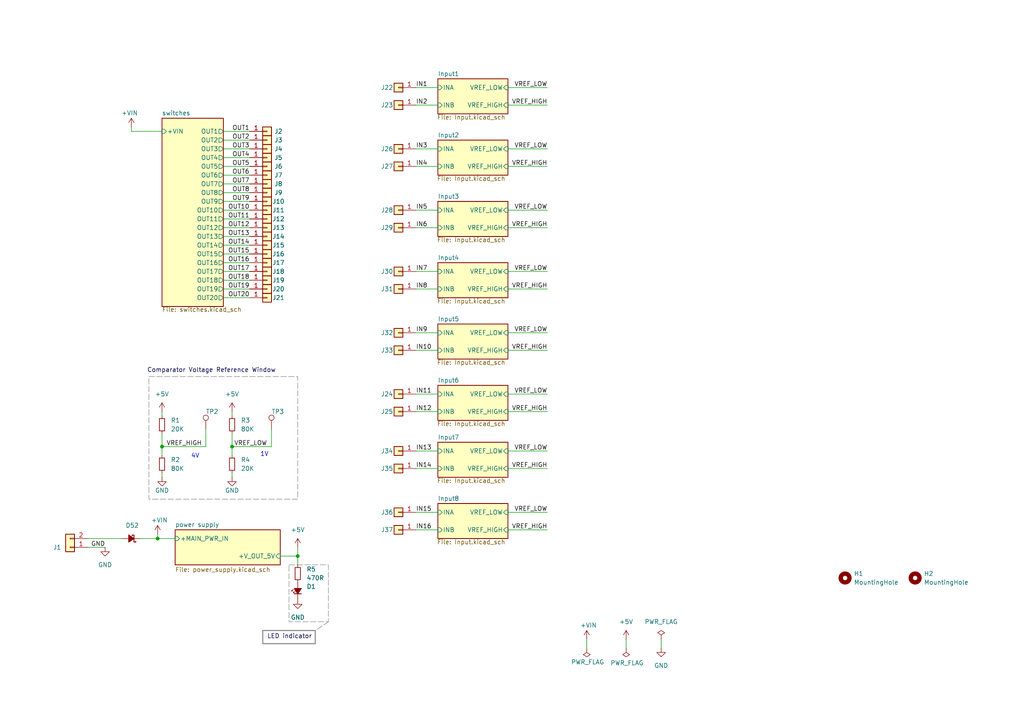
<source format=kicad_sch>
(kicad_sch (version 20250114) (generator "eeschema") (generator_version "9.0")
  (paper "A4")
  (title_block (title "Control Unit Tester") (date "2025-05-20"))
  (lib_symbols
    (symbol "Connector:TestPoint" (pin_numbers (hide yes)) (pin_names (offset 0.762) (hide yes))
      (property "Reference" "TP" (at 0 6.858 0))
      (property "Value" "TestPoint" (at 0 5.08 0))
      (symbol "TestPoint_0_1"
        (circle (center 0 3.302) (radius 0.762))
      )
      (symbol "TestPoint_1_1"
        (pin passive line (at 0 0 90) (length 2.54) (name "1") (number "1"))
      )
    )
    (symbol "Connector_Generic:Conn_01x01" (pin_names (offset 1.016) (hide yes))
      (property "Reference" "J" (at 0 2.54 0))
      (property "Value" "Conn_01x01" (at 0 -2.54 0))
      (symbol "Conn_01x01_1_1"
        (rectangle (start -1.27 1.27) (end 1.27 -1.27) (stroke (width 0.254)) (fill (type background)))
        (rectangle (start -1.27 0.127) (end 0 -0.127) (stroke (width 0.1524)))
        (pin passive line (at -5.08 0 0) (length 3.81) (name "Pin_1") (number "1"))
      )
    )
    (symbol "Connector_Generic:Conn_01x02" (pin_names (offset 1.016) (hide yes))
      (property "Reference" "J" (at 0 2.54 0))
      (property "Value" "Conn_01x02" (at 0 -5.08 0))
      (symbol "Conn_01x02_1_1"
        (rectangle (start -1.27 1.27) (end 1.27 -3.81) (stroke (width 0.254)) (fill (type background)))
        (rectangle (start -1.27 0.127) (end 0 -0.127) (stroke (width 0.1524)))
        (rectangle (start -1.27 -2.413) (end 0 -2.667) (stroke (width 0.1524)))
        (pin passive line (at -5.08 0 0) (length 3.81) (name "Pin_1") (number "1"))
        (pin passive line (at -5.08 -2.54 0) (length 3.81) (name "Pin_2") (number "2"))
      )
    )
    (symbol "Device:D_Schottky_Small_Filled" (pin_numbers (hide yes)) (pin_names (offset 0.254) (hide yes))
      (property "Reference" "D" (at -1.27 2.032 0))
      (property "Value" "D_Schottky_Small_Filled" (at -7.112 -2.032 0))
      (symbol "D_Schottky_Small_Filled_0_1"
        (polyline (pts (xy -1.27 0.762) (xy -1.27 1.016) (xy -0.762 1.016) (xy -0.762 -1.016) (xy -0.254 -1.016) (xy -0.254 -0.762)) (stroke (width 0.254)))
        (polyline (pts (xy -0.762 0) (xy 0.762 0)))
        (polyline (pts (xy 0.762 -1.016) (xy -0.762 0) (xy 0.762 1.016) (xy 0.762 -1.016)) (stroke (width 0.254)) (fill (type outline)))
      )
      (symbol "D_Schottky_Small_Filled_1_1"
        (pin passive line (at -2.54 0 0) (length 1.778) (name "K") (number "1"))
        (pin passive line (at 2.54 0 180) (length 1.778) (name "A") (number "2"))
      )
    )
    (symbol "Device:R_Small" (pin_numbers (hide yes)) (pin_names (offset 0.254) (hide yes))
      (property "Reference" "R" (at 0 0 90))
      (property "Value" "R_Small" (at 1.778 0 90))
      (symbol "R_Small_0_1"
        (rectangle (start -0.762 1.778) (end 0.762 -1.778) (stroke (width 0.2032)))
      )
      (symbol "R_Small_1_1"
        (pin passive line (at 0 2.54 270) (length 0.762) (name "~") (number "1"))
        (pin passive line (at 0 -2.54 90) (length 0.762) (name "~") (number "2"))
      )
    )
    (symbol "LED_Small_Filled_1" (pin_numbers (hide yes)) (pin_names (offset 0.254) (hide yes))
      (property "Reference" "D" (at -1.27 3.175 0))
      (property "Value" "LED_Small_Filled" (at -4.445 -2.54 0))
      (symbol "LED_Small_Filled_1_0_1"
        (polyline (pts (xy -0.762 -1.016) (xy -0.762 1.016)) (stroke (width 0.254)))
        (polyline (pts (xy 0 0.762) (xy -0.508 1.27) (xy -0.254 1.27) (xy -0.508 1.27) (xy -0.508 1.016)))
        (polyline (pts (xy 0.508 1.27) (xy 0 1.778) (xy 0.254 1.778) (xy 0 1.778) (xy 0 1.524)))
        (polyline (pts (xy 0.762 -1.016) (xy -0.762 0) (xy 0.762 1.016) (xy 0.762 -1.016)) (stroke (width 0.254)) (fill (type outline)))
        (polyline (pts (xy 1.016 0) (xy -0.762 0)))
      )
      (symbol "LED_Small_Filled_1_1_1"
        (pin passive line (at -2.54 0 0) (length 1.778) (name "K") (number "1"))
        (pin passive line (at 2.54 0 180) (length 1.778) (name "A") (number "2"))
      )
    )
    (symbol "Mechanical:MountingHole" (pin_names (offset 1.016))
      (property "Reference" "H" (at 0 5.08 0))
      (property "Value" "MountingHole" (at 0 3.175 0))
      (symbol "MountingHole_0_1"
        (circle (center 0 0) (radius 1.27) (stroke (width 1.27)))
      )
    )
    (symbol "My_Libraries:+VIN" (power) (in_bom no) (on_board no)
      (property "Value" "+VIN" (at 0 3.81 0))
      (symbol "+VIN_0_1"
        (polyline (pts (xy 0 2.54) (xy -0.762 1.27)))
        (polyline (pts (xy 0 2.54) (xy 0.762 1.27)))
        (polyline (pts (xy 0 0) (xy 0 2.54)))
      )
      (symbol "+VIN_1_1"
        (pin power_in line (at 0 0 90) (length 0) (hide yes) (name "+VIN") (number "1"))
      )
    )
    (symbol "power:+5V" (power) (pin_numbers (hide yes)) (pin_names (offset 0) (hide yes))
      (property "Value" "+5V" (at 0 3.556 0))
      (symbol "+5V_0_1"
        (polyline (pts (xy -0.762 1.27) (xy 0 2.54)))
        (polyline (pts (xy 0 2.54) (xy 0.762 1.27)))
        (polyline (pts (xy 0 0) (xy 0 2.54)))
      )
      (symbol "+5V_1_1"
        (pin power_in line (at 0 0 90) (length 0) (name "~") (number "1"))
      )
    )
    (symbol "power:GND" (power) (pin_numbers (hide yes)) (pin_names (offset 0) (hide yes))
      (property "Value" "GND" (at 0 -3.81 0))
      (symbol "GND_0_1"
        (polyline (pts (xy 0 0) (xy 0 -1.27) (xy 1.27 -1.27) (xy 0 -2.54) (xy -1.27 -1.27) (xy 0 -1.27)))
      )
      (symbol "GND_1_1"
        (pin power_in line (at 0 0 270) (length 0) (name "~") (number "1"))
      )
    )
    (symbol "power:PWR_FLAG" (power) (pin_numbers (hide yes)) (pin_names (offset 0) (hide yes))
      (property "Value" "PWR_FLAG" (at 0 3.81 0))
      (symbol "PWR_FLAG_0_0"
        (pin power_out line (at 0 0 90) (length 0) (name "~") (number "1"))
      )
      (symbol "PWR_FLAG_0_1"
        (polyline (pts (xy 0 0) (xy 0 1.27) (xy -1.016 1.905) (xy 0 2.54) (xy 1.016 1.905) (xy 0 1.27)))
      )
    )
  )
  (rectangle (start 76.2 182.88) (end 91.44 186.69) (stroke (width 0.3) (color 132 132 132 1)))
  (rectangle (start 43.18 109.22) (end 86.36 144.78) (stroke (width 0.15) (type dash) (color 132 132 132 1)))
  (rectangle (start 83.82 163.83) (end 95.25 180.34) (stroke (width 0.15) (type dash) (color 132 132 132 1)))
  (text "4V" (at 56.642 132.334 0) (effects (font (size 1.27 1.27))))
  (text "LED indicator" (at 77.47 185.42 0) (effects (font (size 1.27 1.27)) (justify left bottom)))
  (text "Comparator Voltage Reference Window" (at 42.672 108.204 0) (effects (font (size 1.27 1.27)) (justify left bottom)))
  (text "1V" (at 76.708 131.826 0) (effects (font (size 1.27 1.27))))
  (junction (at 45.72 156.21))
  (junction (at 67.31 129.54))
  (junction (at 86.36 161.29))
  (junction (at 46.99 129.54))
  (wire (pts (xy 46.99 129.54) (xy 46.99 132.08)))
  (wire (pts (xy 67.31 125.73) (xy 67.31 129.54)))
  (wire (pts (xy 191.77 185.42) (xy 191.77 187.96)))
  (wire (pts (xy 67.31 119.38) (xy 67.31 120.65)))
  (wire (pts (xy 45.72 156.21) (xy 50.8 156.21)))
  (wire (pts (xy 64.77 48.26) (xy 72.39 48.26)))
  (wire (pts (xy 120.65 66.04) (xy 127 66.04)))
  (wire (pts (xy 170.18 185.42) (xy 170.18 187.96)))
  (wire (pts (xy 147.32 153.67) (xy 158.75 153.67)))
  (wire (pts (xy 147.32 78.74) (xy 158.75 78.74)))
  (wire (pts (xy 46.99 38.1) (xy 38.1 38.1)))
  (wire (pts (xy 40.64 156.21) (xy 45.72 156.21)))
  (wire (pts (xy 64.77 81.28) (xy 72.39 81.28)))
  (wire (pts (xy 120.65 148.59) (xy 127 148.59)))
  (wire (pts (xy 64.77 68.58) (xy 72.39 68.58)))
  (wire (pts (xy 147.32 30.48) (xy 158.75 30.48)))
  (wire (pts (xy 64.77 73.66) (xy 72.39 73.66)))
  (wire (pts (xy 64.77 83.82) (xy 72.39 83.82)))
  (wire (pts (xy 35.56 156.21) (xy 25.4 156.21)))
  (wire (pts (xy 30.48 158.75) (xy 25.4 158.75)))
  (wire (pts (xy 64.77 63.5) (xy 72.39 63.5)))
  (wire (pts (xy 147.32 101.6) (xy 158.75 101.6)))
  (wire (pts (xy 64.77 76.2) (xy 72.39 76.2)))
  (wire (pts (xy 64.77 60.96) (xy 72.39 60.96)))
  (wire (pts (xy 147.32 114.3) (xy 158.75 114.3)))
  (wire (pts (xy 64.77 43.18) (xy 72.39 43.18)))
  (wire (pts (xy 64.77 86.36) (xy 72.39 86.36)))
  (wire (pts (xy 120.65 30.48) (xy 127 30.48)))
  (wire (pts (xy 120.65 135.89) (xy 127 135.89)))
  (wire (pts (xy 120.65 101.6) (xy 127 101.6)))
  (wire (pts (xy 147.32 119.38) (xy 158.75 119.38)))
  (wire (pts (xy 64.77 45.72) (xy 72.39 45.72)))
  (wire (pts (xy 147.32 83.82) (xy 158.75 83.82)))
  (wire (pts (xy 147.32 43.18) (xy 158.75 43.18)))
  (wire (pts (xy 46.99 137.16) (xy 46.99 138.43)))
  (wire (pts (xy 86.36 158.75) (xy 86.36 161.29)))
  (wire (pts (xy 181.61 185.42) (xy 181.61 187.96)))
  (wire (pts (xy 38.1 38.1) (xy 38.1 36.83)))
  (wire (pts (xy 120.65 114.3) (xy 127 114.3)))
  (wire (pts (xy 147.32 148.59) (xy 158.75 148.59)))
  (wire (pts (xy 67.31 129.54) (xy 67.31 132.08)))
  (wire (pts (xy 46.99 129.54) (xy 59.69 129.54)))
  (wire (pts (xy 120.65 119.38) (xy 127 119.38)))
  (wire (pts (xy 67.31 129.54) (xy 78.74 129.54)))
  (wire (pts (xy 147.32 66.04) (xy 158.75 66.04)))
  (wire (pts (xy 45.72 156.21) (xy 45.72 154.94)))
  (wire (pts (xy 64.77 66.04) (xy 72.39 66.04)))
  (wire (pts (xy 46.99 119.38) (xy 46.99 120.65)))
  (wire (pts (xy 147.32 48.26) (xy 158.75 48.26)))
  (wire (pts (xy 147.32 25.4) (xy 158.75 25.4)))
  (wire (pts (xy 120.65 83.82) (xy 127 83.82)))
  (wire (pts (xy 120.65 43.18) (xy 127 43.18)))
  (wire (pts (xy 86.36 161.29) (xy 86.36 163.83)))
  (wire (pts (xy 67.31 137.16) (xy 67.31 138.43)))
  (wire (pts (xy 120.65 153.67) (xy 127 153.67)))
  (wire (pts (xy 64.77 38.1) (xy 72.39 38.1)))
  (wire (pts (xy 59.69 124.46) (xy 59.69 129.54)))
  (wire (pts (xy 120.65 60.96) (xy 127 60.96)))
  (wire (pts (xy 64.77 55.88) (xy 72.39 55.88)))
  (wire (pts (xy 147.32 130.81) (xy 158.75 130.81)))
  (wire (pts (xy 120.65 78.74) (xy 127 78.74)))
  (wire (pts (xy 81.28 161.29) (xy 86.36 161.29)))
  (wire (pts (xy 46.99 125.73) (xy 46.99 129.54)))
  (polyline (pts (xy 95.25 180.34) (xy 91.44 182.88)) (stroke (width 0.15) (type dash) (color 132 132 132 1)))
  (wire (pts (xy 64.77 53.34) (xy 72.39 53.34)))
  (wire (pts (xy 120.65 130.81) (xy 127 130.81)))
  (wire (pts (xy 147.32 96.52) (xy 158.75 96.52)))
  (wire (pts (xy 64.77 58.42) (xy 72.39 58.42)))
  (wire (pts (xy 64.77 50.8) (xy 72.39 50.8)))
  (wire (pts (xy 64.77 78.74) (xy 72.39 78.74)))
  (wire (pts (xy 120.65 96.52) (xy 127 96.52)))
  (wire (pts (xy 147.32 60.96) (xy 158.75 60.96)))
  (wire (pts (xy 64.77 71.12) (xy 72.39 71.12)))
  (wire (pts (xy 64.77 40.64) (xy 72.39 40.64)))
  (wire (pts (xy 120.65 48.26) (xy 127 48.26)))
  (wire (pts (xy 120.65 25.4) (xy 127 25.4)))
  (wire (pts (xy 147.32 135.89) (xy 158.75 135.89)))
  (wire (pts (xy 78.74 124.46) (xy 78.74 129.54)))
  (label "IN16" (at 120.65 153.67 0))
  (label "GND" (at 30.48 158.75 180))
  (label "OUT1" (at 72.39 38.1 180))
  (label "IN9" (at 120.65 96.52 0))
  (label "OUT18" (at 72.39 81.28 180))
  (label "OUT17" (at 72.39 78.74 180))
  (label "VREF_LOW" (at 158.75 25.4 180))
  (label "VREF_HIGH" (at 158.75 135.89 180))
  (label "VREF_HIGH" (at 158.75 83.82 180))
  (label "IN13" (at 120.65 130.81 0))
  (label "VREF_HIGH" (at 48.26 129.54 0))
  (label "VREF_LOW" (at 158.75 78.74 180))
  (label "VREF_LOW" (at 158.75 43.18 180))
  (label "IN15" (at 120.65 148.59 0))
  (label "IN6" (at 120.65 66.04 0))
  (label "VREF_LOW" (at 158.75 130.81 180))
  (label "IN2" (at 120.65 30.48 0))
  (label "OUT20" (at 72.39 86.36 180))
  (label "IN12" (at 120.65 119.38 0))
  (label "OUT7" (at 72.39 53.34 180))
  (label "IN3" (at 120.65 43.18 0))
  (label "VREF_LOW" (at 158.75 96.52 180))
  (label "IN4" (at 120.65 48.26 0))
  (label "VREF_HIGH" (at 158.75 119.38 180))
  (label "OUT5" (at 72.39 48.26 180))
  (label "IN8" (at 120.65 83.82 0))
  (label "OUT6" (at 72.39 50.8 180))
  (label "VREF_HIGH" (at 158.75 101.6 180))
  (label "VREF_LOW" (at 77.47 129.54 180))
  (label "OUT14" (at 72.39 71.12 180))
  (label "OUT15" (at 72.39 73.66 180))
  (label "IN11" (at 120.65 114.3 0))
  (label "VREF_HIGH" (at 158.75 48.26 180))
  (label "OUT11" (at 72.39 63.5 180))
  (label "OUT3" (at 72.39 43.18 180))
  (label "OUT4" (at 72.39 45.72 180))
  (label "IN5" (at 120.65 60.96 0))
  (label "OUT13" (at 72.39 68.58 180))
  (label "OUT9" (at 72.39 58.42 180))
  (label "VREF_LOW" (at 158.75 148.59 180))
  (label "OUT2" (at 72.39 40.64 180))
  (label "OUT16" (at 72.39 76.2 180))
  (label "IN10" (at 120.65 101.6 0))
  (label "VREF_LOW" (at 158.75 60.96 180))
  (label "OUT8" (at 72.39 55.88 180))
  (label "OUT12" (at 72.39 66.04 180))
  (label "OUT19" (at 72.39 83.82 180))
  (label "IN14" (at 120.65 135.89 0))
  (label "VREF_HIGH" (at 158.75 153.67 180))
  (label "IN7" (at 120.65 78.74 0))
  (label "VREF_LOW" (at 158.75 114.3 180))
  (label "OUT10" (at 72.39 60.96 180))
  (label "VREF_HIGH" (at 158.75 30.48 180))
  (label "VREF_HIGH" (at 158.75 66.04 180))
  (label "IN1" (at 120.65 25.4 0))
  (symbol (lib_id "power:GND") (at 67.31 138.43 0) (unit 1)
    (property "Reference" "#PWR06" (effects (hide yes)))
    (property "Value" "GND" (at 67.31 142.24 0))
    (property "Description" "Power symbol creates a global label with name \"GND\" , ground" (effects (hide yes)))
  )
  (symbol (lib_id "Device:R_Small") (at 46.99 134.62 0) (unit 1)
    (property "Reference" "R2" (at 49.53 133.3499 0) (effects (justify left)))
    (property "Value" "80Κ" (at 49.53 135.8899 0) (effects (justify left)))
    (property "Footprint" "Resistor_SMD:R_0805_2012Metric" (effects (hide yes)))
    (property "Description" "Resistor, small symbol" (effects (hide yes)))
  )
  (symbol (lib_id "Connector_Generic:Conn_01x01") (at 115.57 25.4 180) (unit 1)
    (property "Reference" "J22" (at 112.268 25.4 0))
    (property "Value" "T.H. Pad" (effects (hide yes)))
    (property "Footprint" "My_Footprints:Hole_pad_1.5x3_round" (effects (hide yes)))
    (property "Description" "Generic connector, single row, 01x01, script generated (kicad-library-utils/schlib/autogen/connector/)" (effects (hide yes)))
  )
  (symbol (lib_id "Connector_Generic:Conn_01x01") (at 77.47 71.12 0) (unit 1)
    (property "Reference" "J15" (at 80.772 71.12 0))
    (property "Value" "T.H. Pad" (effects (hide yes)))
    (property "Footprint" "My_Footprints:Hole_pad_1.5x3_round" (effects (hide yes)))
    (property "Description" "Generic connector, single row, 01x01, script generated (kicad-library-utils/schlib/autogen/connector/)" (effects (hide yes)))
  )
  (symbol (lib_id "Device:R_Small") (at 46.99 123.19 0) (unit 1)
    (property "Reference" "R1" (at 49.53 121.9199 0) (effects (justify left)))
    (property "Value" "20Κ" (at 49.53 124.4599 0) (effects (justify left)))
    (property "Footprint" "Resistor_SMD:R_0805_2012Metric" (effects (hide yes)))
    (property "Description" "Resistor, small symbol" (effects (hide yes)))
  )
  (symbol (lib_id "power:PWR_FLAG") (at 181.61 187.96 180) (unit 1)
    (property "Reference" "#FLG02" (effects (hide yes)))
    (property "Value" "PWR_FLAG" (at 181.864 192.278 0))
    (property "Description" "Special symbol for telling ERC where power comes from" (effects (hide yes)))
  )
  (symbol (lib_id "Connector_Generic:Conn_01x02") (at 20.32 158.75 180) (unit 1)
    (property "Reference" "J1" (at 17.78 158.7501 0) (effects (justify left)))
    (property "Value" "Conn_01x02" (effects (hide yes)))
    (property "Footprint" "TerminalBlock_4Ucon:TerminalBlock_4Ucon_1x02_P3.50mm_Horizontal" (effects (hide yes)))
    (property "Description" "Generic connector, single row, 01x02, script generated (kicad-library-utils/schlib/autogen/connector/)" (effects (hide yes)))
  )
  (symbol (lib_id "Connector_Generic:Conn_01x01") (at 77.47 40.64 0) (unit 1)
    (property "Reference" "J3" (at 80.772 40.64 0))
    (property "Value" "T.H. Pad" (effects (hide yes)))
    (property "Footprint" "My_Footprints:Hole_pad_1.5x3_round" (effects (hide yes)))
    (property "Description" "Generic connector, single row, 01x01, script generated (kicad-library-utils/schlib/autogen/connector/)" (effects (hide yes)))
  )
  (symbol (lib_id "Device:R_Small") (at 67.31 134.62 0) (unit 1)
    (property "Reference" "R4" (at 69.85 133.3499 0) (effects (justify left)))
    (property "Value" "20Κ" (at 69.85 135.8899 0) (effects (justify left)))
    (property "Footprint" "Resistor_SMD:R_0805_2012Metric" (effects (hide yes)))
    (property "Description" "Resistor, small symbol" (effects (hide yes)))
  )
  (symbol (lib_id "Connector_Generic:Conn_01x01") (at 77.47 73.66 0) (unit 1)
    (property "Reference" "J16" (at 80.772 73.66 0))
    (property "Value" "T.H. Pad" (effects (hide yes)))
    (property "Footprint" "My_Footprints:Hole_pad_1.5x3_round" (effects (hide yes)))
    (property "Description" "Generic connector, single row, 01x01, script generated (kicad-library-utils/schlib/autogen/connector/)" (effects (hide yes)))
  )
  (symbol (lib_id "Connector_Generic:Conn_01x01") (at 77.47 81.28 0) (unit 1)
    (property "Reference" "J19" (at 80.772 81.28 0))
    (property "Value" "T.H. Pad" (effects (hide yes)))
    (property "Footprint" "My_Footprints:Hole_pad_1.5x3_round" (effects (hide yes)))
    (property "Description" "Generic connector, single row, 01x01, script generated (kicad-library-utils/schlib/autogen/connector/)" (effects (hide yes)))
  )
  (symbol (lib_id "Connector_Generic:Conn_01x01") (at 115.57 66.04 180) (unit 1)
    (property "Reference" "J29" (at 112.268 66.04 0))
    (property "Value" "T.H. Pad" (effects (hide yes)))
    (property "Footprint" "My_Footprints:Hole_pad_1.5x3_round" (effects (hide yes)))
    (property "Description" "Generic connector, single row, 01x01, script generated (kicad-library-utils/schlib/autogen/connector/)" (effects (hide yes)))
  )
  (symbol (lib_id "Device:R_Small") (at 67.31 123.19 0) (unit 1)
    (property "Reference" "R3" (at 69.85 121.9199 0) (effects (justify left)))
    (property "Value" "80Κ" (at 69.85 124.4599 0) (effects (justify left)))
    (property "Footprint" "Resistor_SMD:R_0805_2012Metric" (effects (hide yes)))
    (property "Description" "Resistor, small symbol" (effects (hide yes)))
  )
  (symbol (lib_id "Connector_Generic:Conn_01x01") (at 77.47 83.82 0) (unit 1)
    (property "Reference" "J20" (at 80.772 83.82 0))
    (property "Value" "T.H. Pad" (effects (hide yes)))
    (property "Footprint" "My_Footprints:Hole_pad_1.5x3_round" (effects (hide yes)))
    (property "Description" "Generic connector, single row, 01x01, script generated (kicad-library-utils/schlib/autogen/connector/)" (effects (hide yes)))
  )
  (symbol (lib_id "Connector_Generic:Conn_01x01") (at 115.57 96.52 180) (unit 1)
    (property "Reference" "J32" (at 112.268 96.52 0))
    (property "Value" "T.H. Pad" (effects (hide yes)))
    (property "Footprint" "My_Footprints:Hole_pad_1.5x3_round" (effects (hide yes)))
    (property "Description" "Generic connector, single row, 01x01, script generated (kicad-library-utils/schlib/autogen/connector/)" (effects (hide yes)))
  )
  (symbol (lib_id "power:GND") (at 86.36 173.99 0) (unit 1)
    (property "Reference" "#PWR08" (effects (hide yes)))
    (property "Value" "GND" (at 86.36 179.07 0))
    (property "Description" "Power symbol creates a global label with name \"GND\" , ground" (effects (hide yes)))
  )
  (symbol (lib_name "LED_Small_Filled_1") (lib_id "Device:LED_Small_Filled") (at 86.36 171.45 90) (unit 1)
    (property "Reference" "D1" (at 88.9 170.1164 90) (effects (justify right)))
    (property "Value" "LED 0805 SMD" (effects (hide yes)))
    (property "Footprint" "LED_SMD:LED_0805_2012Metric" (effects (hide yes)))
    (property "Description" "Light emitting diode, small symbol, filled shape" (effects (hide yes)))
    (property "Sim.Pins" "1=K 2=A" (effects (hide yes)))
  )
  (symbol (lib_id "power:PWR_FLAG") (at 191.77 185.42 0) (unit 1)
    (property "Reference" "#FLG03" (effects (hide yes)))
    (property "Value" "PWR_FLAG" (at 191.77 180.34 0))
    (property "Description" "Special symbol for telling ERC where power comes from" (effects (hide yes)))
  )
  (symbol (lib_id "Connector_Generic:Conn_01x01") (at 77.47 48.26 0) (unit 1)
    (property "Reference" "J6" (at 80.772 48.26 0))
    (property "Value" "T.H. Pad" (effects (hide yes)))
    (property "Footprint" "My_Footprints:Hole_pad_1.5x3_round" (effects (hide yes)))
    (property "Description" "Generic connector, single row, 01x01, script generated (kicad-library-utils/schlib/autogen/connector/)" (effects (hide yes)))
  )
  (symbol (lib_id "power:+5V") (at 86.36 158.75 0) (unit 1)
    (property "Reference" "#PWR07" (effects (hide yes)))
    (property "Value" "+5V" (at 86.36 153.67 0))
    (property "Description" "Power symbol creates a global label with name \"+5V\"" (effects (hide yes)))
  )
  (symbol (lib_id "Connector_Generic:Conn_01x01") (at 77.47 63.5 0) (unit 1)
    (property "Reference" "J12" (at 80.772 63.5 0))
    (property "Value" "T.H. Pad" (effects (hide yes)))
    (property "Footprint" "My_Footprints:Hole_pad_1.5x3_round" (effects (hide yes)))
    (property "Description" "Generic connector, single row, 01x01, script generated (kicad-library-utils/schlib/autogen/connector/)" (effects (hide yes)))
  )
  (symbol (lib_id "Connector_Generic:Conn_01x01") (at 115.57 114.3 180) (unit 1)
    (property "Reference" "J24" (at 112.268 114.3 0))
    (property "Value" "T.H. Pad" (effects (hide yes)))
    (property "Footprint" "My_Footprints:Hole_pad_1.5x3_round" (effects (hide yes)))
    (property "Description" "Generic connector, single row, 01x01, script generated (kicad-library-utils/schlib/autogen/connector/)" (effects (hide yes)))
  )
  (symbol (lib_id "Connector_Generic:Conn_01x01") (at 77.47 58.42 0) (unit 1)
    (property "Reference" "J10" (at 80.772 58.42 0))
    (property "Value" "T.H. Pad" (effects (hide yes)))
    (property "Footprint" "My_Footprints:Hole_pad_1.5x3_round" (effects (hide yes)))
    (property "Description" "Generic connector, single row, 01x01, script generated (kicad-library-utils/schlib/autogen/connector/)" (effects (hide yes)))
  )
  (symbol (lib_id "Connector_Generic:Conn_01x01") (at 115.57 153.67 180) (unit 1)
    (property "Reference" "J37" (at 112.268 153.67 0))
    (property "Value" "T.H. Pad" (effects (hide yes)))
    (property "Footprint" "My_Footprints:Hole_pad_1.5x3_round" (effects (hide yes)))
    (property "Description" "Generic connector, single row, 01x01, script generated (kicad-library-utils/schlib/autogen/connector/)" (effects (hide yes)))
  )
  (symbol (lib_id "Connector:TestPoint") (at 59.69 124.46 0) (unit 1) (in_bom no)
    (property "Reference" "TP2" (at 59.69 119.38 0) (effects (justify left)))
    (property "Value" "TestPoint" (effects (hide yes)))
    (property "Footprint" "TestPoint:TestPoint_Pad_D1.5mm" (effects (hide yes)))
  )
  (symbol (lib_id "Connector_Generic:Conn_01x01") (at 77.47 45.72 0) (unit 1)
    (property "Reference" "J5" (at 80.772 45.72 0))
    (property "Value" "T.H. Pad" (effects (hide yes)))
    (property "Footprint" "My_Footprints:Hole_pad_1.5x3_round" (effects (hide yes)))
    (property "Description" "Generic connector, single row, 01x01, script generated (kicad-library-utils/schlib/autogen/connector/)" (effects (hide yes)))
  )
  (symbol (lib_id "Connector:TestPoint") (at 78.74 124.46 0) (unit 1) (in_bom no)
    (property "Reference" "TP3" (at 78.74 119.38 0) (effects (justify left)))
    (property "Value" "TestPoint" (effects (hide yes)))
    (property "Footprint" "TestPoint:TestPoint_Pad_D1.5mm" (effects (hide yes)))
  )
  (symbol (lib_id "Connector_Generic:Conn_01x01") (at 77.47 50.8 0) (unit 1)
    (property "Reference" "J7" (at 80.772 50.8 0))
    (property "Value" "T.H. Pad" (effects (hide yes)))
    (property "Footprint" "My_Footprints:Hole_pad_1.5x3_round" (effects (hide yes)))
    (property "Description" "Generic connector, single row, 01x01, script generated (kicad-library-utils/schlib/autogen/connector/)" (effects (hide yes)))
  )
  (symbol (lib_id "Device:R_Small") (at 86.36 166.37 180) (unit 1)
    (property "Reference" "R5" (at 88.9 165.1 0) (effects (justify right)))
    (property "Value" "470R" (at 88.9 167.64 0) (effects (justify right)))
    (property "Footprint" "Resistor_SMD:R_0805_2012Metric" (effects (hide yes)))
    (property "Description" "Resistor, small symbol" (effects (hide yes)))
  )
  (symbol (lib_id "Mechanical:MountingHole") (at 265.43 167.64 0) (unit 1)
    (property "Reference" "H2" (at 267.97 166.3699 0) (effects (justify left)))
    (property "Value" "MountingHole" (at 267.97 168.9099 0) (effects (justify left)))
    (property "Footprint" "MountingHole:MountingHole_3.2mm_M3_DIN965" (effects (hide yes)))
  )
  (symbol (lib_id "Connector_Generic:Conn_01x01") (at 77.47 38.1 0) (unit 1)
    (property "Reference" "J2" (at 80.772 38.1 0))
    (property "Value" "T.H. Pad" (effects (hide yes)))
    (property "Footprint" "My_Footprints:Hole_pad_1.5x3_round" (effects (hide yes)))
    (property "Description" "Generic connector, single row, 01x01, script generated (kicad-library-utils/schlib/autogen/connector/)" (effects (hide yes)))
  )
  (symbol (lib_id "Connector_Generic:Conn_01x01") (at 77.47 43.18 0) (unit 1)
    (property "Reference" "J4" (at 80.772 43.18 0))
    (property "Value" "T.H. Pad" (effects (hide yes)))
    (property "Footprint" "My_Footprints:Hole_pad_1.5x3_round" (effects (hide yes)))
    (property "Description" "Generic connector, single row, 01x01, script generated (kicad-library-utils/schlib/autogen/connector/)" (effects (hide yes)))
  )
  (symbol (lib_id "power:+5V") (at 181.61 185.42 0) (unit 1)
    (property "Reference" "#PWR010" (effects (hide yes)))
    (property "Value" "+5V" (at 181.61 180.34 0))
    (property "Description" "Power symbol creates a global label with name \"+5V\"" (effects (hide yes)))
  )
  (symbol (lib_id "Connector_Generic:Conn_01x01") (at 115.57 148.59 180) (unit 1)
    (property "Reference" "J36" (at 112.268 148.59 0))
    (property "Value" "T.H. Pad" (effects (hide yes)))
    (property "Footprint" "My_Footprints:Hole_pad_1.5x3_round" (effects (hide yes)))
    (property "Description" "Generic connector, single row, 01x01, script generated (kicad-library-utils/schlib/autogen/connector/)" (effects (hide yes)))
  )
  (symbol (lib_id "Connector_Generic:Conn_01x01") (at 115.57 83.82 180) (unit 1)
    (property "Reference" "J31" (at 112.268 83.82 0))
    (property "Value" "T.H. Pad" (effects (hide yes)))
    (property "Footprint" "My_Footprints:Hole_pad_1.5x3_round" (effects (hide yes)))
    (property "Description" "Generic connector, single row, 01x01, script generated (kicad-library-utils/schlib/autogen/connector/)" (effects (hide yes)))
  )
  (symbol (lib_id "My_Libraries:+VIN") (at 38.1 36.83 0) (unit 1) (in_bom no) (on_board no)
    (property "Reference" "#PWR02" (effects (hide yes)))
    (property "Value" "+VIN" (at 37.592 32.766 0))
  )
  (symbol (lib_id "Connector_Generic:Conn_01x01") (at 77.47 53.34 0) (unit 1)
    (property "Reference" "J8" (at 80.772 53.34 0))
    (property "Value" "T.H. Pad" (effects (hide yes)))
    (property "Footprint" "My_Footprints:Hole_pad_1.5x3_round" (effects (hide yes)))
    (property "Description" "Generic connector, single row, 01x01, script generated (kicad-library-utils/schlib/autogen/connector/)" (effects (hide yes)))
  )
  (symbol (lib_id "Connector_Generic:Conn_01x01") (at 115.57 130.81 180) (unit 1)
    (property "Reference" "J34" (at 112.268 130.81 0))
    (property "Value" "T.H. Pad" (effects (hide yes)))
    (property "Footprint" "My_Footprints:Hole_pad_1.5x3_round" (effects (hide yes)))
    (property "Description" "Generic connector, single row, 01x01, script generated (kicad-library-utils/schlib/autogen/connector/)" (effects (hide yes)))
  )
  (symbol (lib_id "power:GND") (at 30.48 158.75 0) (unit 1)
    (property "Reference" "#PWR0154" (effects (hide yes)))
    (property "Value" "GND" (at 30.48 163.83 0))
    (property "Description" "Power symbol creates a global label with name \"GND\" , ground" (effects (hide yes)))
  )
  (symbol (lib_id "My_Libraries:+VIN") (at 45.72 154.94 0) (mirror y) (unit 1) (in_bom no) (on_board no)
    (property "Reference" "#PWR01" (effects (hide yes)))
    (property "Value" "+VIN" (at 46.228 150.876 0))
  )
  (symbol (lib_id "Connector_Generic:Conn_01x01") (at 115.57 78.74 180) (unit 1)
    (property "Reference" "J30" (at 112.268 78.74 0))
    (property "Value" "T.H. Pad" (effects (hide yes)))
    (property "Footprint" "My_Footprints:Hole_pad_1.5x3_round" (effects (hide yes)))
    (property "Description" "Generic connector, single row, 01x01, script generated (kicad-library-utils/schlib/autogen/connector/)" (effects (hide yes)))
  )
  (symbol (lib_id "Connector_Generic:Conn_01x01") (at 115.57 135.89 180) (unit 1)
    (property "Reference" "J35" (at 112.268 135.89 0))
    (property "Value" "T.H. Pad" (effects (hide yes)))
    (property "Footprint" "My_Footprints:Hole_pad_1.5x3_round" (effects (hide yes)))
    (property "Description" "Generic connector, single row, 01x01, script generated (kicad-library-utils/schlib/autogen/connector/)" (effects (hide yes)))
  )
  (symbol (lib_id "Connector_Generic:Conn_01x01") (at 115.57 30.48 180) (unit 1)
    (property "Reference" "J23" (at 112.268 30.48 0))
    (property "Value" "T.H. Pad" (effects (hide yes)))
    (property "Footprint" "My_Footprints:Hole_pad_1.5x3_round" (effects (hide yes)))
    (property "Description" "Generic connector, single row, 01x01, script generated (kicad-library-utils/schlib/autogen/connector/)" (effects (hide yes)))
  )
  (symbol (lib_id "power:GND") (at 46.99 138.43 0) (unit 1)
    (property "Reference" "#PWR04" (effects (hide yes)))
    (property "Value" "GND" (at 46.99 142.24 0))
    (property "Description" "Power symbol creates a global label with name \"GND\" , ground" (effects (hide yes)))
  )
  (symbol (lib_id "My_Libraries:+VIN") (at 170.18 185.42 0) (mirror y) (unit 1) (in_bom no) (on_board no)
    (property "Reference" "#PWR09" (effects (hide yes)))
    (property "Value" "+VIN" (at 170.688 181.356 0))
  )
  (symbol (lib_id "Connector_Generic:Conn_01x01") (at 77.47 78.74 0) (unit 1)
    (property "Reference" "J18" (at 80.772 78.74 0))
    (property "Value" "T.H. Pad" (effects (hide yes)))
    (property "Footprint" "My_Footprints:Hole_pad_1.5x3_round" (effects (hide yes)))
    (property "Description" "Generic connector, single row, 01x01, script generated (kicad-library-utils/schlib/autogen/connector/)" (effects (hide yes)))
  )
  (symbol (lib_id "Connector_Generic:Conn_01x01") (at 115.57 119.38 180) (unit 1)
    (property "Reference" "J25" (at 112.268 119.38 0))
    (property "Value" "T.H. Pad" (effects (hide yes)))
    (property "Footprint" "My_Footprints:Hole_pad_1.5x3_round" (effects (hide yes)))
    (property "Description" "Generic connector, single row, 01x01, script generated (kicad-library-utils/schlib/autogen/connector/)" (effects (hide yes)))
  )
  (symbol (lib_id "Connector_Generic:Conn_01x01") (at 77.47 86.36 0) (unit 1)
    (property "Reference" "J21" (at 80.772 86.36 0))
    (property "Value" "T.H. Pad" (effects (hide yes)))
    (property "Footprint" "My_Footprints:Hole_pad_1.5x3_round" (effects (hide yes)))
    (property "Description" "Generic connector, single row, 01x01, script generated (kicad-library-utils/schlib/autogen/connector/)" (effects (hide yes)))
  )
  (symbol (lib_id "Connector_Generic:Conn_01x01") (at 77.47 66.04 0) (unit 1)
    (property "Reference" "J13" (at 80.772 66.04 0))
    (property "Value" "T.H. Pad" (effects (hide yes)))
    (property "Footprint" "My_Footprints:Hole_pad_1.5x3_round" (effects (hide yes)))
    (property "Description" "Generic connector, single row, 01x01, script generated (kicad-library-utils/schlib/autogen/connector/)" (effects (hide yes)))
  )
  (symbol (lib_id "Connector_Generic:Conn_01x01") (at 115.57 60.96 180) (unit 1)
    (property "Reference" "J28" (at 112.268 60.96 0))
    (property "Value" "T.H. Pad" (effects (hide yes)))
    (property "Footprint" "My_Footprints:Hole_pad_1.5x3_round" (effects (hide yes)))
    (property "Description" "Generic connector, single row, 01x01, script generated (kicad-library-utils/schlib/autogen/connector/)" (effects (hide yes)))
  )
  (symbol (lib_id "power:+5V") (at 67.31 119.38 0) (unit 1)
    (property "Reference" "#PWR05" (effects (hide yes)))
    (property "Value" "+5V" (at 67.31 114.3 0))
    (property "Description" "Power symbol creates a global label with name \"+5V\"" (effects (hide yes)))
  )
  (symbol (lib_id "Device:D_Schottky_Small_Filled") (at 38.1 156.21 180) (unit 1)
    (property "Reference" "D52" (at 38.354 152.4 0))
    (property "Value" "SBR3U60P1Q-7" (effects (hide yes)))
    (property "Footprint" "Diode_SMD:D_PowerDI-123" (effects (hide yes)))
    (property "PartkeeprID" "43" (effects (hide yes)))
  )
  (symbol (lib_id "Connector_Generic:Conn_01x01") (at 115.57 101.6 180) (unit 1)
    (property "Reference" "J33" (at 112.268 101.6 0))
    (property "Value" "T.H. Pad" (effects (hide yes)))
    (property "Footprint" "My_Footprints:Hole_pad_1.5x3_round" (effects (hide yes)))
    (property "Description" "Generic connector, single row, 01x01, script generated (kicad-library-utils/schlib/autogen/connector/)" (effects (hide yes)))
  )
  (symbol (lib_id "power:GND") (at 191.77 187.96 0) (unit 1)
    (property "Reference" "#PWR011" (effects (hide yes)))
    (property "Value" "GND" (at 191.77 193.04 0))
    (property "Description" "Power symbol creates a global label with name \"GND\" , ground" (effects (hide yes)))
  )
  (symbol (lib_id "Mechanical:MountingHole") (at 245.11 167.64 0) (unit 1)
    (property "Reference" "H1" (at 247.65 166.3699 0) (effects (justify left)))
    (property "Value" "MountingHole" (at 247.65 168.9099 0) (effects (justify left)))
    (property "Footprint" "MountingHole:MountingHole_3.2mm_M3_DIN965" (effects (hide yes)))
  )
  (symbol (lib_id "Connector_Generic:Conn_01x01") (at 77.47 68.58 0) (unit 1)
    (property "Reference" "J14" (at 80.772 68.58 0))
    (property "Value" "T.H. Pad" (effects (hide yes)))
    (property "Footprint" "My_Footprints:Hole_pad_1.5x3_round" (effects (hide yes)))
    (property "Description" "Generic connector, single row, 01x01, script generated (kicad-library-utils/schlib/autogen/connector/)" (effects (hide yes)))
  )
  (symbol (lib_id "Connector_Generic:Conn_01x01") (at 77.47 60.96 0) (unit 1)
    (property "Reference" "J11" (at 80.772 60.96 0))
    (property "Value" "T.H. Pad" (effects (hide yes)))
    (property "Footprint" "My_Footprints:Hole_pad_1.5x3_round" (effects (hide yes)))
    (property "Description" "Generic connector, single row, 01x01, script generated (kicad-library-utils/schlib/autogen/connector/)" (effects (hide yes)))
  )
  (symbol (lib_id "Connector_Generic:Conn_01x01") (at 77.47 76.2 0) (unit 1)
    (property "Reference" "J17" (at 80.772 76.2 0))
    (property "Value" "T.H. Pad" (effects (hide yes)))
    (property "Footprint" "My_Footprints:Hole_pad_1.5x3_round" (effects (hide yes)))
    (property "Description" "Generic connector, single row, 01x01, script generated (kicad-library-utils/schlib/autogen/connector/)" (effects (hide yes)))
  )
  (symbol (lib_id "Connector_Generic:Conn_01x01") (at 115.57 48.26 180) (unit 1)
    (property "Reference" "J27" (at 112.268 48.26 0))
    (property "Value" "T.H. Pad" (effects (hide yes)))
    (property "Footprint" "My_Footprints:Hole_pad_1.5x3_round" (effects (hide yes)))
    (property "Description" "Generic connector, single row, 01x01, script generated (kicad-library-utils/schlib/autogen/connector/)" (effects (hide yes)))
  )
  (symbol (lib_id "power:PWR_FLAG") (at 170.18 187.96 180) (unit 1)
    (property "Reference" "#FLG01" (effects (hide yes)))
    (property "Value" "PWR_FLAG" (at 165.608 192.024 0) (effects (justify right)))
    (property "Description" "Special symbol for telling ERC where power comes from" (effects (hide yes)))
  )
  (symbol (lib_id "Connector_Generic:Conn_01x01") (at 77.47 55.88 0) (unit 1)
    (property "Reference" "J9" (at 80.772 55.88 0))
    (property "Value" "T.H. Pad" (effects (hide yes)))
    (property "Footprint" "My_Footprints:Hole_pad_1.5x3_round" (effects (hide yes)))
    (property "Description" "Generic connector, single row, 01x01, script generated (kicad-library-utils/schlib/autogen/connector/)" (effects (hide yes)))
  )
  (symbol (lib_id "Connector_Generic:Conn_01x01") (at 115.57 43.18 180) (unit 1)
    (property "Reference" "J26" (at 112.268 43.18 0))
    (property "Value" "T.H. Pad" (effects (hide yes)))
    (property "Footprint" "My_Footprints:Hole_pad_1.5x3_round" (effects (hide yes)))
    (property "Description" "Generic connector, single row, 01x01, script generated (kicad-library-utils/schlib/autogen/connector/)" (effects (hide yes)))
  )
  (symbol (lib_id "power:+5V") (at 46.99 119.38 0) (unit 1)
    (property "Reference" "#PWR03" (effects (hide yes)))
    (property "Value" "+5V" (at 46.99 114.3 0))
    (property "Description" "Power symbol creates a global label with name \"+5V\"" (effects (hide yes)))
  )
  (sheet (at 50.8 153.67) (size 30.48 10.16) (stroke (width 0.254)) (fill (color 255 255 194 1.0000))
    (property "Sheetname" "power supply" (at 50.8 152.9076 0) (effects (justify left bottom)))
    (property "Sheetfile" "power_supply.kicad_sch" (at 50.8 164.4654 0) (effects (justify left top)))
    (pin "+MAIN_PWR_IN" input (at 50.8 156.21 180))
    (pin "+V_OUT_5V" input (at 81.28 161.29 0))
  )
  (sheet (at 46.99 34.29) (size 17.78 54.61) (stroke (width 0.254)) (fill (color 255 255 194 1.0000))
    (property "Sheetname" "switches" (at 46.99 33.5276 0) (effects (justify left bottom)))
    (property "Sheetfile" "switches.kicad_sch" (at 46.99 89.0274 0) (effects (justify left top)))
    (pin "OUT1" output (at 64.77 38.1 0))
    (pin "OUT2" output (at 64.77 40.64 0))
    (pin "OUT3" output (at 64.77 43.18 0))
    (pin "OUT4" output (at 64.77 45.72 0))
    (pin "OUT5" output (at 64.77 48.26 0))
    (pin "OUT6" output (at 64.77 50.8 0))
    (pin "OUT7" output (at 64.77 53.34 0))
    (pin "OUT8" output (at 64.77 55.88 0))
    (pin "OUT9" output (at 64.77 58.42 0))
    (pin "OUT10" output (at 64.77 60.96 0))
    (pin "OUT11" output (at 64.77 63.5 0))
    (pin "OUT12" output (at 64.77 66.04 0))
    (pin "OUT13" output (at 64.77 68.58 0))
    (pin "OUT14" output (at 64.77 71.12 0))
    (pin "OUT15" output (at 64.77 73.66 0))
    (pin "OUT16" output (at 64.77 76.2 0))
    (pin "OUT17" output (at 64.77 78.74 0))
    (pin "OUT18" output (at 64.77 81.28 0))
    (pin "OUT19" output (at 64.77 83.82 0))
    (pin "OUT20" output (at 64.77 86.36 0))
    (pin "+VIN" input (at 46.99 38.1 180))
  )
  (sheet (at 127 76.2) (size 20.32 10.16) (stroke (width 0.254)) (fill (color 255 255 194 1.0000))
    (property "Sheetname" "Input4" (at 127 75.4884 0) (effects (justify left bottom)))
    (property "Sheetfile" "Input.kicad_sch" (at 126.746 86.614 0) (effects (justify left top)))
    (pin "VREF_HIGH" input (at 147.32 83.82 0))
    (pin "VREF_LOW" input (at 147.32 78.74 0))
    (pin "INA" input (at 127 78.74 180))
    (pin "INB" input (at 127 83.82 180))
  )
  (sheet (at 127 58.42) (size 20.32 10.16) (stroke (width 0.254)) (fill (color 255 255 194 1.0000))
    (property "Sheetname" "Input3" (at 127 57.7084 0) (effects (justify left bottom)))
    (property "Sheetfile" "Input.kicad_sch" (at 126.746 68.834 0) (effects (justify left top)))
    (pin "VREF_HIGH" input (at 147.32 66.04 0))
    (pin "VREF_LOW" input (at 147.32 60.96 0))
    (pin "INA" input (at 127 60.96 180))
    (pin "INB" input (at 127 66.04 180))
  )
  (sheet (at 127 146.05) (size 20.32 10.16) (stroke (width 0.254)) (fill (color 255 255 194 1.0000))
    (property "Sheetname" "Input8" (at 127 145.3384 0) (effects (justify left bottom)))
    (property "Sheetfile" "Input.kicad_sch" (at 126.746 156.464 0) (effects (justify left top)))
    (pin "VREF_HIGH" input (at 147.32 153.67 0))
    (pin "VREF_LOW" input (at 147.32 148.59 0))
    (pin "INA" input (at 127 148.59 180))
    (pin "INB" input (at 127 153.67 180))
  )
  (sheet (at 127 111.76) (size 20.32 10.16) (stroke (width 0.254)) (fill (color 255 255 194 1.0000))
    (property "Sheetname" "Input6" (at 127 111.0484 0) (effects (justify left bottom)))
    (property "Sheetfile" "Input.kicad_sch" (at 126.746 122.174 0) (effects (justify left top)))
    (pin "VREF_HIGH" input (at 147.32 119.38 0))
    (pin "VREF_LOW" input (at 147.32 114.3 0))
    (pin "INA" input (at 127 114.3 180))
    (pin "INB" input (at 127 119.38 180))
  )
  (sheet (at 127 93.98) (size 20.32 10.16) (stroke (width 0.254)) (fill (color 255 255 194 1.0000))
    (property "Sheetname" "Input5" (at 127 93.2684 0) (effects (justify left bottom)))
    (property "Sheetfile" "Input.kicad_sch" (at 126.746 104.394 0) (effects (justify left top)))
    (pin "VREF_HIGH" input (at 147.32 101.6 0))
    (pin "VREF_LOW" input (at 147.32 96.52 0))
    (pin "INA" input (at 127 96.52 180))
    (pin "INB" input (at 127 101.6 180))
  )
  (sheet (at 127 40.64) (size 20.32 10.16) (stroke (width 0.254)) (fill (color 255 255 194 1.0000))
    (property "Sheetname" "Input2" (at 127 39.9284 0) (effects (justify left bottom)))
    (property "Sheetfile" "Input.kicad_sch" (at 126.746 51.054 0) (effects (justify left top)))
    (pin "VREF_HIGH" input (at 147.32 48.26 0))
    (pin "VREF_LOW" input (at 147.32 43.18 0))
    (pin "INA" input (at 127 43.18 180))
    (pin "INB" input (at 127 48.26 180))
  )
  (sheet (at 127 128.27) (size 20.32 10.16) (stroke (width 0.254)) (fill (color 255 255 194 1.0000))
    (property "Sheetname" "Input7" (at 127 127.5584 0) (effects (justify left bottom)))
    (property "Sheetfile" "Input.kicad_sch" (at 126.746 138.684 0) (effects (justify left top)))
    (pin "VREF_HIGH" input (at 147.32 135.89 0))
    (pin "VREF_LOW" input (at 147.32 130.81 0))
    (pin "INA" input (at 127 130.81 180))
    (pin "INB" input (at 127 135.89 180))
  )
  (sheet (at 127 22.86) (size 20.32 10.16) (stroke (width 0.254)) (fill (color 255 255 194 1.0000))
    (property "Sheetname" "Input1" (at 127 22.1484 0) (effects (justify left bottom)))
    (property "Sheetfile" "Input.kicad_sch" (at 126.746 33.274 0) (effects (justify left top)))
    (pin "VREF_HIGH" input (at 147.32 30.48 0))
    (pin "VREF_LOW" input (at 147.32 25.4 0))
    (pin "INA" input (at 127 25.4 180))
    (pin "INB" input (at 127 30.48 180))
  )
)
</source>
